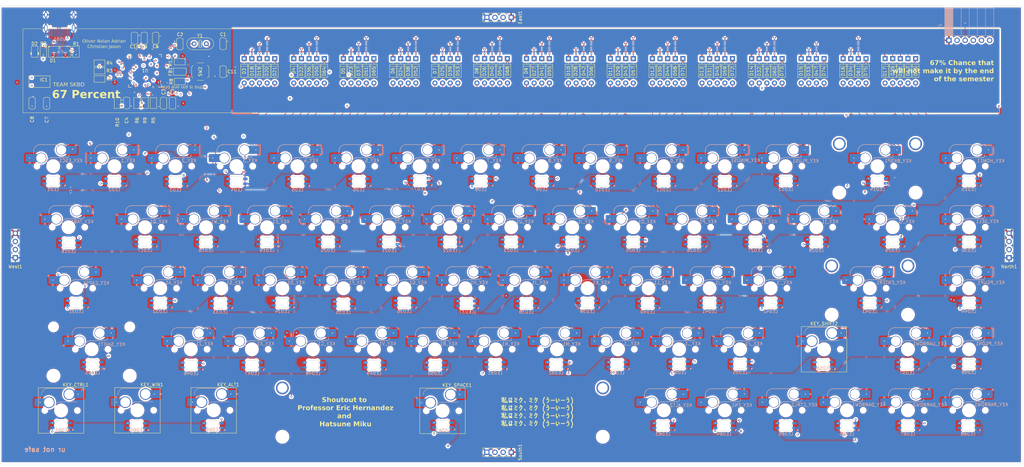
<source format=kicad_pcb>
(kicad_pcb
	(version 20241229)
	(generator "pcbnew")
	(generator_version "9.0")
	(general
		(thickness 1.6)
		(legacy_teardrops no)
	)
	(paper "A3")
	(layers
		(0 "F.Cu" signal)
		(4 "In1.Cu" signal)
		(6 "In2.Cu" signal)
		(2 "B.Cu" signal)
		(9 "F.Adhes" user "F.Adhesive")
		(11 "B.Adhes" user "B.Adhesive")
		(13 "F.Paste" user)
		(15 "B.Paste" user)
		(5 "F.SilkS" user "F.Silkscreen")
		(7 "B.SilkS" user "B.Silkscreen")
		(1 "F.Mask" user)
		(3 "B.Mask" user)
		(17 "Dwgs.User" user "User.Drawings")
		(19 "Cmts.User" user "User.Comments")
		(21 "Eco1.User" user "User.Eco1")
		(23 "Eco2.User" user "User.Eco2")
		(25 "Edge.Cuts" user)
		(27 "Margin" user)
		(31 "F.CrtYd" user "F.Courtyard")
		(29 "B.CrtYd" user "B.Courtyard")
		(35 "F.Fab" user)
		(33 "B.Fab" user)
		(39 "User.1" user)
		(41 "User.2" user)
		(43 "User.3" user)
		(45 "User.4" user)
		(47 "User.5" user)
		(49 "User.6" user)
		(51 "User.7" user)
		(53 "User.8" user)
		(55 "User.9" user)
	)
	(setup
		(stackup
			(layer "F.SilkS"
				(type "Top Silk Screen")
			)
			(layer "F.Paste"
				(type "Top Solder Paste")
			)
			(layer "F.Mask"
				(type "Top Solder Mask")
				(thickness 0.01)
			)
			(layer "F.Cu"
				(type "copper")
				(thickness 0.035)
			)
			(layer "dielectric 1"
				(type "prepreg")
				(thickness 0.1)
				(material "FR4")
				(epsilon_r 4.5)
				(loss_tangent 0.02)
			)
			(layer "In1.Cu"
				(type "copper")
				(thickness 0.035)
			)
			(layer "dielectric 2"
				(type "core")
				(thickness 1.24)
				(material "FR4")
				(epsilon_r 4.5)
				(loss_tangent 0.02)
			)
			(layer "In2.Cu"
				(type "copper")
				(thickness 0.035)
			)
			(layer "dielectric 3"
				(type "prepreg")
				(thickness 0.1)
				(material "FR4")
				(epsilon_r 4.5)
				(loss_tangent 0.02)
			)
			(layer "B.Cu"
				(type "copper")
				(thickness 0.035)
			)
			(layer "B.Mask"
				(type "Bottom Solder Mask")
				(thickness 0.01)
			)
			(layer "B.Paste"
				(type "Bottom Solder Paste")
			)
			(layer "B.SilkS"
				(type "Bottom Silk Screen")
			)
			(copper_finish "HAL lead-free")
			(dielectric_constraints no)
		)
		(pad_to_mask_clearance 0)
		(allow_soldermask_bridges_in_footprints no)
		(tenting front back)
		(grid_origin 44.85125 47.625)
		(pcbplotparams
			(layerselection 0x00000000_00000000_55555555_5755f5ff)
			(plot_on_all_layers_selection 0x00000000_00000000_00000000_00000000)
			(disableapertmacros no)
			(usegerberextensions no)
			(usegerberattributes yes)
			(usegerberadvancedattributes yes)
			(creategerberjobfile yes)
			(dashed_line_dash_ratio 12.000000)
			(dashed_line_gap_ratio 3.000000)
			(svgprecision 4)
			(plotframeref no)
			(mode 1)
			(useauxorigin no)
			(hpglpennumber 1)
			(hpglpenspeed 20)
			(hpglpendiameter 15.000000)
			(pdf_front_fp_property_popups yes)
			(pdf_back_fp_property_popups yes)
			(pdf_metadata yes)
			(pdf_single_document no)
			(dxfpolygonmode yes)
			(dxfimperialunits yes)
			(dxfusepcbnewfont yes)
			(psnegative no)
			(psa4output no)
			(plot_black_and_white yes)
			(sketchpadsonfab no)
			(plotpadnumbers no)
			(hidednponfab no)
			(sketchdnponfab yes)
			(crossoutdnponfab yes)
			(subtractmaskfromsilk no)
			(outputformat 1)
			(mirror no)
			(drillshape 1)
			(scaleselection 1)
			(outputdirectory "")
		)
	)
	(net 0 "")
	(net 1 "GND")
	(net 2 "+3.3V")
	(net 3 "+5V")
	(net 4 "Net-(D3-A)")
	(net 5 "Net-(D4-A)")
	(net 6 "Net-(D5-A)")
	(net 7 "Net-(D6-A)")
	(net 8 "Net-(D7-A)")
	(net 9 "Net-(D8-A)")
	(net 10 "Net-(D9-A)")
	(net 11 "Net-(D10-A)")
	(net 12 "Net-(D11-A)")
	(net 13 "Net-(D12-A)")
	(net 14 "Net-(D13-A)")
	(net 15 "Net-(D14-A)")
	(net 16 "Net-(D15-A)")
	(net 17 "Net-(D16-A)")
	(net 18 "Net-(D17-A)")
	(net 19 "Net-(D18-A)")
	(net 20 "Net-(D19-A)")
	(net 21 "Net-(D20-A)")
	(net 22 "Net-(D21-A)")
	(net 23 "Net-(D22-A)")
	(net 24 "Net-(D23-A)")
	(net 25 "Net-(D29-A)")
	(net 26 "Net-(D30-A)")
	(net 27 "Net-(D31-A)")
	(net 28 "Net-(D32-A)")
	(net 29 "Net-(D33-A)")
	(net 30 "Net-(D24-A)")
	(net 31 "Net-(D25-A)")
	(net 32 "Net-(D26-A)")
	(net 33 "Net-(D27-A)")
	(net 34 "Net-(D28-A)")
	(net 35 "Net-(D34-A)")
	(net 36 "/COL2")
	(net 37 "/COL3")
	(net 38 "/COL4")
	(net 39 "/COL5")
	(net 40 "/COL1")
	(net 41 "Net-(LED1-DOUT)")
	(net 42 "/RGB_DATAIN")
	(net 43 "Net-(U1-OSCIN)")
	(net 44 "Net-(U1-OSCOUT)")
	(net 45 "Net-(U1-VCAP)")
	(net 46 "/NRST")
	(net 47 "/D+")
	(net 48 "/D-")
	(net 49 "/ROW1")
	(net 50 "/ROW2")
	(net 51 "/ROW3")
	(net 52 "/ROW4")
	(net 53 "/ROW5")
	(net 54 "Net-(D35-A)")
	(net 55 "/UART_TX_EAST")
	(net 56 "/UART_RX_EAST")
	(net 57 "Net-(U1-VDDA)")
	(net 58 "Net-(D36-A)")
	(net 59 "Net-(D37-A)")
	(net 60 "Net-(D38-A)")
	(net 61 "Net-(D39-A)")
	(net 62 "Net-(D40-A)")
	(net 63 "Net-(D41-A)")
	(net 64 "Net-(D42-A)")
	(net 65 "Net-(D43-A)")
	(net 66 "Net-(D44-A)")
	(net 67 "Net-(D45-A)")
	(net 68 "Net-(D46-A)")
	(net 69 "Net-(D47-A)")
	(net 70 "Net-(D48-A)")
	(net 71 "Net-(D50-A)")
	(net 72 "Net-(D51-A)")
	(net 73 "Net-(D52-A)")
	(net 74 "Net-(D53-A)")
	(net 75 "Net-(D54-A)")
	(net 76 "Net-(D55-A)")
	(net 77 "Net-(D56-A)")
	(net 78 "Net-(D57-A)")
	(net 79 "Net-(D58-A)")
	(net 80 "/UART_TX_NORTH")
	(net 81 "/UART_RX_NORTH")
	(net 82 "Net-(USB1-CC2)")
	(net 83 "Net-(USB1-CC1)")
	(net 84 "Net-(U1-PA11)")
	(net 85 "Net-(U1-PA12)")
	(net 86 "Net-(U1-BOOT)")
	(net 87 "/JTCLK")
	(net 88 "Net-(J1-Pin_2)")
	(net 89 "/JTMS")
	(net 90 "Net-(J1-Pin_4)")
	(net 91 "Net-(J1-Pin_5)")
	(net 92 "Net-(J1-Pin_6)")
	(net 93 "/SWO")
	(net 94 "/UART_TX_SOUTH")
	(net 95 "/UART_RX_SOUTH")
	(net 96 "unconnected-(U1-PB12-Pad33)")
	(net 97 "AGND")
	(net 98 "Net-(D59-A)")
	(net 99 "/UART_TX_WEST")
	(net 100 "unconnected-(U1-PC14-Pad3)")
	(net 101 "unconnected-(U1-PC15-Pad4)")
	(net 102 "Net-(D60-A)")
	(net 103 "Net-(D61-A)")
	(net 104 "Net-(D62-A)")
	(net 105 "unconnected-(U1-PC1-Pad9)")
	(net 106 "unconnected-(U1-PC3-Pad11)")
	(net 107 "Net-(D64-A)")
	(net 108 "unconnected-(U1-PC2-Pad10)")
	(net 109 "Net-(D65-A)")
	(net 110 "Net-(D68-A)")
	(net 111 "/UART_RX_WEST")
	(net 112 "Net-(D71-A)")
	(net 113 "Net-(D72-A)")
	(net 114 "Net-(D73-A)")
	(net 115 "unconnected-(U1-PC0-Pad8)")
	(net 116 "unconnected-(U1-PC13-Pad2)")
	(net 117 "Net-(D2-A)")
	(net 118 "unconnected-(USB1-SBU2-Pad3)")
	(net 119 "unconnected-(USB1-SBU1-Pad9)")
	(net 120 "unconnected-(U1-PB8-Pad61)")
	(net 121 "unconnected-(U1-PB9-Pad62)")
	(net 122 "Net-(D74-A)")
	(net 123 "Net-(D75-A)")
	(net 124 "Net-(D76-A)")
	(net 125 "/COL12")
	(net 126 "/COL9")
	(net 127 "/COL10")
	(net 128 "/COL11")
	(net 129 "/COL6")
	(net 130 "/COL7")
	(net 131 "/COL8")
	(net 132 "/COL14")
	(net 133 "/COL13")
	(net 134 "/COL15")
	(net 135 "unconnected-(U1-PC4-Pad24)")
	(net 136 "Net-(LED2-DOUT)")
	(net 137 "Net-(LED3-DOUT)")
	(net 138 "Net-(LED4-DOUT)")
	(net 139 "Net-(LED5-DOUT)")
	(net 140 "Net-(LED6-DOUT)")
	(net 141 "Net-(LED7-DOUT)")
	(net 142 "Net-(LED8-DOUT)")
	(net 143 "Net-(LED10-DIN)")
	(net 144 "Net-(LED10-DOUT)")
	(net 145 "Net-(LED11-DOUT)")
	(net 146 "Net-(LED12-DOUT)")
	(net 147 "Net-(LED13-DOUT)")
	(net 148 "Net-(LED14-DOUT)")
	(net 149 "Net-(LED15-DOUT)")
	(net 150 "Net-(LED16-DOUT)")
	(net 151 "Net-(LED17-DOUT)")
	(net 152 "Net-(LED18-DOUT)")
	(net 153 "Net-(LED19-DOUT)")
	(net 154 "Net-(LED20-DOUT)")
	(net 155 "Net-(LED21-DOUT)")
	(net 156 "Net-(LED22-DOUT)")
	(net 157 "Net-(LED23-DOUT)")
	(net 158 "Net-(LED24-DOUT)")
	(net 159 "Net-(LED25-DOUT)")
	(net 160 "Net-(LED26-DOUT)")
	(net 161 "Net-(LED27-DOUT)")
	(net 162 "Net-(LED28-DOUT)")
	(net 163 "Net-(LED29-DOUT)")
	(net 164 "Net-(LED30-DOUT)")
	(net 165 "Net-(LED31-DOUT)")
	(net 166 "Net-(LED32-DOUT)")
	(net 167 "Net-(LED33-DOUT)")
	(net 168 "Net-(LED34-DOUT)")
	(net 169 "Net-(LED35-DOUT)")
	(net 170 "Net-(LED36-DOUT)")
	(net 171 "Net-(LED37-DOUT)")
	(net 172 "Net-(LED38-DOUT)")
	(net 173 "Net-(LED39-DOUT)")
	(net 174 "Net-(LED40-DOUT)")
	(net 175 "Net-(LED41-DOUT)")
	(net 176 "Net-(LED42-DOUT)")
	(net 177 "Net-(LED43-DOUT)")
	(net 178 "Net-(LED44-DOUT)")
	(net 179 "Net-(LED45-DOUT)")
	(net 180 "Net-(LED46-DOUT)")
	(net 181 "Net-(LED47-DOUT)")
	(net 182 "Net-(LED48-DOUT)")
	(net 183 "Net-(LED49-DOUT)")
	(net 184 "Net-(LED50-DOUT)")
	(net 185 "Net-(LED51-DOUT)")
	(net 186 "Net-(LED52-DOUT)")
	(net 187 "Net-(LED53-DOUT)")
	(net 188 "Net-(LED54-DOUT)")
	(net 189 "Net-(LED55-DOUT)")
	(net 190 "Net-(LED56-DOUT)")
	(net 191 "Net-(LED57-DOUT)")
	(net 192 "Net-(LED58-DOUT)")
	(net 193 "Net-(LED59-DOUT)")
	(net 194 "Net-(LED60-DOUT)")
	(net 195 "Net-(LED61-DOUT)")
	(net 196 "Net-(LED62-DOUT)")
	(net 197 "Net-(LED63-DOUT)")
	(net 198 "Net-(LED64-DOUT)")
	(net 199 "Net-(LED65-DOUT)")
	(net 200 "Net-(LED66-DOUT)")
	(net 201 "Net-(LED67-DOUT)")
	(net 202 "unconnected-(LED68-DOUT-Pad2)")
	(net 203 "unconnected-(U1-PA6-Pad22)")
	(net 204 "unconnected-(U1-PA4-Pad20)")
	(net 205 "unconnected-(U1-PA7-Pad23)")
	(footprint "PCM_Resistor_SMD_AKL:R_0805_2012Metric" (layer "F.Cu") (at 87.6083 77.925 90))
	(footprint "PCM_4ms_Diode:D_DO-35_P7.62mm_Horizontal" (layer "F.Cu") (at 141.2919 67.8656 -90))
	(footprint "PCM_Capacitor_SMD_AKL:C_0805_2012Metric" (layer "F.Cu") (at 54.8513 77.95 90))
	(footprint "PCM_4ms_Diode:D_DO-35_P7.62mm_Horizontal" (layer "F.Cu") (at 216.3013 67.8656 -90))
	(footprint "PCM_4ms_Diode:D_DO-35_P7.62mm_Horizontal" (layer "F.Cu") (at 257.9731 67.8656 -90))
	(footprint "PCM_4ms_Diode:D_DO-35_P7.62mm_Horizontal" (layer "F.Cu") (at 172.2481 67.8656 -90))
	(footprint "PCM_4ms_Diode:D_DO-35_P7.62mm_Horizontal" (layer "F.Cu") (at 138.9106 67.8656 -90))
	(footprint "PCM_marbastlib-mx:STAB_MX_P_2u" (layer "F.Cu") (at 318.695 97.6312))
	(footprint "PCM_4ms_Diode:D_DO-35_P7.62mm_Horizontal" (layer "F.Cu") (at 237.7325 67.8656 -90))
	(footprint "PCM_Resistor_SMD_AKL:R_0805_2012Metric" (layer "F.Cu") (at 100.9513 65.025))
	(footprint "PCM_4ms_Diode:D_DO-35_P7.62mm_Horizontal" (layer "F.Cu") (at 123.4325 67.8656 -90))
	(footprint "PCM_4ms_Diode:D_DO-35_P7.62mm_Horizontal" (layer "F.Cu") (at 121.0513 67.8656 -90))
	(footprint "PCM_Switch_Keyboard_Hotswap_Kailh:SW_Hotswap_Kailh_MX_Plated_1.25u" (layer "F.Cu") (at 63.9013 173.8939))
	(footprint "PCM_4ms_Diode:D_DO-35_P7.62mm_Horizontal" (layer "F.Cu") (at 154.3888 67.8656 -90))
	(footprint "PCM_Switch_Keyboard_Hotswap_Kailh:SW_Hotswap_Kailh_MX_Plated_1.25u" (layer "F.Cu") (at 182.9638 173.99))
	(footprint "PCM_4ms_Diode:D_DO-35_P7.62mm_Horizontal" (layer "F.Cu") (at 271.07 67.8656 -90))
	(footprint "PCM_4ms_Diode:D_DO-35_P7.62mm_Horizontal" (layer "F.Cu") (at 161.5325 67.8656 -90))
	(footprint "Connector_PinSocket_2.54mm:PinSocket_1x04_P2.54mm_Vertical" (layer "F.Cu") (at 359.7718 126.2063 180))
	(footprint "PCM_Resistor_SMD_AKL:R_0805_2012Metric" (layer "F.Cu") (at 92.7083 77.925 90))
	(footprint "PCM_Resistor_SMD_AKL:R_0805_2012Metric" (layer "F.Cu") (at 81.4763 77.925 90))
	(footprint "Connector_PinSocket_2.54mm:PinSocket_1x04_P2.54mm_Vertical" (layer "F.Cu") (at 49.6138 126.2063 180))
	(footprint "PCM_4ms_Diode:D_DO-35_P7.62mm_Horizontal" (layer "F.Cu") (at 198.4419 67.8656 -90))
	(footprint "PCM_4ms_Diode:D_DO-35_P7.62mm_Horizontal" (layer "F.Cu") (at 196.0606 67.8656 -90))
	(footprint "PCM_4ms_Diode:D_DO-35_P7.62mm_Horizontal" (layer "F.Cu") (at 328.22 67.8656 -90))
	(footprint "PCM_4ms_Diode:D_DO-35_P7.62mm_Horizontal" (layer "F.Cu") (at 321.0763 67.8656 -90))
	(footprint "PCM_4ms_Diode:D_DO-35_P7.62mm_Horizontal" (layer "F.Cu") (at 279.4044 67.8656 -90))
	(footprint "PCM_4ms_Diode:D_DO-35_P7.62mm_Horizontal" (layer "F.Cu") (at 227.0169 67.8656 -90))
	(footprint "PCM_4ms_Diode:D_DO-35_P7.62mm_Horizontal" (layer "F.Cu") (at 297.2638 67.8656 -90))
	(footprint "PCM_4ms_Diode:D_DO-35_P7.62mm_Horizontal" (layer "F.Cu") (at 323.4575 67.8656 -90))
	(footprint "PCM_4ms_Diode:D_DO-35_P7.62mm_Horizontal" (layer "F.Cu") (at 273.4513 67.8656 -90))
	(footprint "PCM_4ms_Diode:D_DO-35_P7.62mm_Horizontal" (layer "F.Cu") (at 248.4481 67.8656 -90))
	(footprint "PCM_4ms_Diode:D_DO-35_P7.62mm_Horizontal" (layer "F.Cu") (at 253.2106 67.8656 -90))
	(footprint "PCM_marbastlib-mx:STAB_MX_2.25u" (layer "F.Cu") (at 73.4263 154.7812))
	(footprint "PCM_4ms_Diode:D_DO-35_P7.62mm_Horizontal" (layer "F.Cu") (at 136.5294 67.8656 -90))
	(footprint "PCM_marbastlib-mx:STAB_MX_P_6.25u"
		(layer "F.Cu")
		(uuid "44e0f060-7938-4e9c-80b2-d40ed7ede562")
		(at 182.9638 173.8312)
		(descr "Footprint for Cherry Clip/Screw in type stabilizers, 6.25u")
		(property "Reference" "S2"
			(at 0 0 0)
			(layer "F.SilkS")
			(hide yes)
			(uuid "5dd8a923-f490-4a03-822f-e16c8394f44d")
			(effects
				(font
					(size 1 1)
					(thickness 0.15)
				)
			)
		)
		(property "Value" "MX_stab"
			(at 0 8.128 0)
			(layer "Cmts.User")
			(uuid "f783afa9-4894-41fe-ad5a-965f2f2ba574")
			(effects
				(font
					(size 1 1)
					(thickness 0.15)
				)
			)
		)
		(property "Datasheet" ""
			(at 0 0 0)
			(layer "F.Fab")
			(hide yes)
			(uuid "64e36bb6-c569-409a-8214-3aa9678a543c")
			(effects
				(font
					(size 1.27 1.27)
					(thickness 0.15)
				)
			)
		)
		(property "Description" "Cherry MX-style stabilizer"
			(at 0 0 0)
			(layer "F.Fab")
			(hide yes)
			(uuid "35793caa-0a89-4166-a6c9-dd61be87e7e8")
			(effects
				(font
					(size 1.27 1.27)
					(thickness 0.15)
				)
			)
		)
		(path "/1d905906-6e74-4741-8b2e-53dc470a7c79/eef9331e-0bf5-4f92-a54f-c0b6635718b4")
		(sheetname "/Keymatrix/")
		(sheet
... [6582440 chars truncated]
</source>
